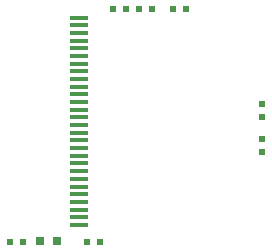
<source format=gbr>
G04 #@! TF.GenerationSoftware,KiCad,Pcbnew,(5.0.1-3-g963ef8bb5)*
G04 #@! TF.CreationDate,2019-06-17T13:28:08-10:00*
G04 #@! TF.ProjectId,OpenHAK_Display,4F70656E48414B5F446973706C61792E,rev?*
G04 #@! TF.SameCoordinates,Original*
G04 #@! TF.FileFunction,Paste,Bot*
G04 #@! TF.FilePolarity,Positive*
%FSLAX46Y46*%
G04 Gerber Fmt 4.6, Leading zero omitted, Abs format (unit mm)*
G04 Created by KiCad (PCBNEW (5.0.1-3-g963ef8bb5)) date Monday, June 17, 2019 at 01:28:08 PM*
%MOMM*%
%LPD*%
G01*
G04 APERTURE LIST*
%ADD10R,1.600000X0.350000*%
%ADD11R,0.600000X0.500000*%
%ADD12R,0.500000X0.600000*%
%ADD13R,0.800000X0.750000*%
G04 APERTURE END LIST*
D10*
G04 #@! TO.C,LCD1*
X124212752Y-92981959D03*
X124212752Y-93631959D03*
X124212752Y-94281959D03*
X124212752Y-94931959D03*
X124212752Y-95581959D03*
X124212752Y-96231959D03*
X124212752Y-96881959D03*
X124212752Y-97531959D03*
X124212752Y-98181959D03*
X124212752Y-98831959D03*
X124212752Y-99481959D03*
X124212752Y-100131959D03*
X124212752Y-100781959D03*
X124212752Y-101431959D03*
X124212752Y-102081959D03*
X124212752Y-102731959D03*
X124212752Y-103381959D03*
X124212752Y-104031959D03*
X124212752Y-104681959D03*
X124212752Y-105331959D03*
X124212752Y-105981959D03*
X124212752Y-106631959D03*
X124212752Y-107281959D03*
X124212752Y-107931959D03*
X124212752Y-108581959D03*
X124212752Y-109231959D03*
X124212752Y-109881959D03*
X124212752Y-110531959D03*
G04 #@! TD*
D11*
G04 #@! TO.C,C1*
X128161338Y-92251000D03*
X127061338Y-92251000D03*
G04 #@! TD*
G04 #@! TO.C,C2*
X129291338Y-92251000D03*
X130391338Y-92251000D03*
G04 #@! TD*
G04 #@! TO.C,C4*
X125955000Y-111970542D03*
X124855000Y-111970542D03*
G04 #@! TD*
D12*
G04 #@! TO.C,C5*
X139691338Y-100315542D03*
X139691338Y-101415542D03*
G04 #@! TD*
G04 #@! TO.C,C6*
X139686338Y-103245542D03*
X139686338Y-104345542D03*
G04 #@! TD*
D11*
G04 #@! TO.C,R1*
X118331338Y-111980542D03*
X119431338Y-111980542D03*
G04 #@! TD*
G04 #@! TO.C,R2*
X132145000Y-92241000D03*
X133245000Y-92241000D03*
G04 #@! TD*
D13*
G04 #@! TO.C,C3*
X120845000Y-111861000D03*
X122345000Y-111861000D03*
G04 #@! TD*
M02*

</source>
